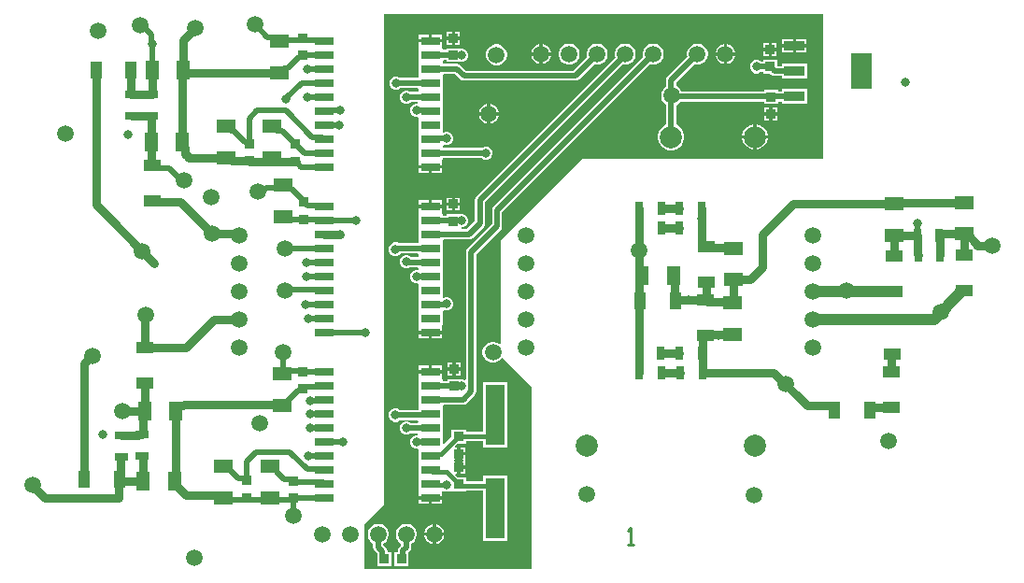
<source format=gbr>
%TF.GenerationSoftware,Altium Limited,Altium Designer,21.6.4 (81)*%
G04 Layer_Physical_Order=1*
G04 Layer_Color=255*
%FSLAX43Y43*%
%MOMM*%
%TF.SameCoordinates,C39744A4-4465-455E-AB15-BAA165A4C254*%
%TF.FilePolarity,Positive*%
%TF.FileFunction,Copper,L1,Top,Signal*%
%TF.Part,Single*%
G01*
G75*
%TA.AperFunction,SMDPad,CuDef*%
%ADD10R,0.900X0.850*%
%ADD11R,1.900X0.950*%
%ADD12R,1.900X3.250*%
%ADD13R,1.800X1.300*%
%ADD14R,0.800X1.250*%
%ADD15R,1.600X1.000*%
%ADD16R,1.000X1.600*%
%ADD17R,1.250X0.800*%
%ADD18R,1.300X1.800*%
%ADD19R,1.800X0.800*%
%ADD20R,0.850X0.900*%
%ADD21R,1.800X5.500*%
%TA.AperFunction,Conductor*%
%ADD22C,0.800*%
%ADD23C,0.500*%
%ADD24C,1.000*%
%ADD25C,0.400*%
%TA.AperFunction,NonConductor*%
%ADD26C,0.254*%
%TA.AperFunction,ComponentPad*%
%ADD27C,1.500*%
%ADD28C,2.000*%
%TA.AperFunction,ViaPad*%
%ADD29C,0.800*%
G36*
X75350Y37490D02*
X53614D01*
X49480Y33462D01*
X46203Y30079D01*
Y20763D01*
X46085Y20714D01*
X46049Y20750D01*
X45833Y20875D01*
X45591Y20940D01*
X45341D01*
X45099Y20875D01*
X44883Y20750D01*
X44706Y20573D01*
X44581Y20356D01*
X44516Y20115D01*
Y19865D01*
X44581Y19623D01*
X44706Y19406D01*
X44883Y19230D01*
X45099Y19105D01*
X45341Y19040D01*
X45591D01*
X45833Y19105D01*
X46049Y19230D01*
X46226Y19406D01*
X46249Y19446D01*
X46375Y19462D01*
X49003Y16834D01*
Y333D01*
X33920D01*
X33830Y423D01*
X33834Y4368D01*
X35610Y6145D01*
Y50667D01*
X75350D01*
Y37490D01*
D02*
G37*
%LPC*%
G36*
X42491Y49028D02*
X42041D01*
Y48603D01*
X42491D01*
Y49028D01*
D02*
G37*
G36*
X41741D02*
X41291D01*
Y48603D01*
X41741D01*
Y49028D01*
D02*
G37*
G36*
X40850Y48765D02*
X39950D01*
Y48365D01*
X40850D01*
Y48765D01*
D02*
G37*
G36*
X39650D02*
X38750D01*
Y48365D01*
X39650D01*
Y48765D01*
D02*
G37*
G36*
X73894Y48391D02*
X72944D01*
Y47916D01*
X73894D01*
Y48391D01*
D02*
G37*
G36*
X72644D02*
X71694D01*
Y47916D01*
X72644D01*
Y48391D01*
D02*
G37*
G36*
X42491Y48303D02*
X42041D01*
Y47878D01*
X42491D01*
Y48303D01*
D02*
G37*
G36*
X41741D02*
X41291D01*
Y47878D01*
X41741D01*
Y48303D01*
D02*
G37*
G36*
X71187Y47984D02*
X70737D01*
Y47559D01*
X71187D01*
Y47984D01*
D02*
G37*
G36*
X70437D02*
X69987D01*
Y47559D01*
X70437D01*
Y47984D01*
D02*
G37*
G36*
X49990Y47892D02*
Y47150D01*
X50732D01*
X50679Y47347D01*
X50560Y47553D01*
X50393Y47720D01*
X50187Y47839D01*
X49990Y47892D01*
D02*
G37*
G36*
X49690Y47892D02*
X49493Y47839D01*
X49287Y47720D01*
X49120Y47553D01*
X49001Y47347D01*
X48948Y47150D01*
X49690D01*
Y47892D01*
D02*
G37*
G36*
X66690Y47892D02*
Y47150D01*
X67432D01*
X67379Y47347D01*
X67260Y47553D01*
X67093Y47720D01*
X66887Y47839D01*
X66690Y47892D01*
D02*
G37*
G36*
X66390D02*
X66193Y47839D01*
X65987Y47720D01*
X65820Y47553D01*
X65701Y47347D01*
X65648Y47150D01*
X66390D01*
Y47892D01*
D02*
G37*
G36*
X73894Y47616D02*
X72944D01*
Y47141D01*
X73894D01*
Y47616D01*
D02*
G37*
G36*
X72644D02*
X71694D01*
Y47141D01*
X72644D01*
Y47616D01*
D02*
G37*
G36*
X71187Y47259D02*
X70737D01*
Y46834D01*
X71187D01*
Y47259D01*
D02*
G37*
G36*
X70437D02*
X69987D01*
Y46834D01*
X70437D01*
Y47259D01*
D02*
G37*
G36*
X71237Y46484D02*
X69937D01*
Y46318D01*
X69757D01*
X69707Y46368D01*
X69487Y46459D01*
X69248D01*
X69028Y46368D01*
X68859Y46199D01*
X68767Y45979D01*
Y45740D01*
X68859Y45520D01*
X69028Y45351D01*
X69248Y45259D01*
X69487D01*
X69707Y45351D01*
X69757Y45401D01*
X69937D01*
Y45234D01*
X70588D01*
X70681Y45142D01*
X70829Y45042D01*
X71005Y45007D01*
X71644D01*
Y44791D01*
X73944D01*
Y46141D01*
X71644D01*
Y45925D01*
X71237D01*
Y46484D01*
D02*
G37*
G36*
X49690Y46850D02*
X48948D01*
X49001Y46653D01*
X49120Y46447D01*
X49287Y46280D01*
X49493Y46161D01*
X49690Y46108D01*
Y46850D01*
D02*
G37*
G36*
X67432Y46850D02*
X66690D01*
Y46108D01*
X66887Y46161D01*
X67093Y46280D01*
X67260Y46447D01*
X67379Y46653D01*
X67432Y46850D01*
D02*
G37*
G36*
X66390D02*
X65648D01*
X65701Y46653D01*
X65820Y46447D01*
X65987Y46280D01*
X66193Y46161D01*
X66390Y46108D01*
Y46850D01*
D02*
G37*
G36*
X50732Y46850D02*
X49990D01*
Y46108D01*
X50187Y46161D01*
X50393Y46280D01*
X50560Y46447D01*
X50679Y46653D01*
X50732Y46850D01*
D02*
G37*
G36*
X64125Y47950D02*
X63875D01*
X63633Y47885D01*
X63417Y47760D01*
X63240Y47583D01*
X63115Y47367D01*
X63050Y47125D01*
Y46875D01*
X63087Y46736D01*
X61286Y44935D01*
X61186Y44786D01*
X61151Y44610D01*
Y44036D01*
X61073Y43991D01*
X60897Y43814D01*
X60772Y43597D01*
X60707Y43356D01*
Y43105D01*
X60772Y42864D01*
X60897Y42647D01*
X61073Y42470D01*
X61151Y42425D01*
Y40619D01*
X61147Y40618D01*
X60873Y40460D01*
X60650Y40237D01*
X60492Y39963D01*
X60410Y39658D01*
Y39342D01*
X60492Y39037D01*
X60650Y38763D01*
X60873Y38540D01*
X61147Y38382D01*
X61452Y38300D01*
X61768D01*
X62073Y38382D01*
X62347Y38540D01*
X62570Y38763D01*
X62728Y39037D01*
X62810Y39342D01*
Y39658D01*
X62728Y39963D01*
X62570Y40237D01*
X62347Y40460D01*
X62073Y40618D01*
X62069Y40619D01*
Y42372D01*
X62240Y42470D01*
X62417Y42647D01*
X62452Y42707D01*
X70013D01*
Y42517D01*
X71313D01*
Y42707D01*
X71644D01*
Y42491D01*
X73944D01*
Y43841D01*
X71644D01*
Y43625D01*
X71313D01*
Y43767D01*
X70013D01*
Y43625D01*
X62526D01*
X62417Y43814D01*
X62240Y43991D01*
X62069Y44090D01*
Y44420D01*
X63736Y46087D01*
X63875Y46050D01*
X64125D01*
X64367Y46115D01*
X64583Y46240D01*
X64760Y46417D01*
X64885Y46633D01*
X64950Y46875D01*
Y47125D01*
X64885Y47367D01*
X64760Y47583D01*
X64583Y47760D01*
X64367Y47885D01*
X64125Y47950D01*
D02*
G37*
G36*
X60125D02*
X59875D01*
X59633Y47885D01*
X59417Y47760D01*
X59240Y47583D01*
X59115Y47367D01*
X59050Y47125D01*
Y46875D01*
X59087Y46736D01*
X45523Y33171D01*
X45423Y33023D01*
X45388Y32847D01*
Y31568D01*
X43173Y29353D01*
X43073Y29204D01*
X43038Y29028D01*
Y17557D01*
X42911Y17481D01*
X42755Y17545D01*
X42611D01*
Y17554D01*
X41311D01*
Y17404D01*
X40900D01*
Y17545D01*
X40867D01*
X40850Y17665D01*
X40850Y17672D01*
Y18065D01*
X39800D01*
X38750D01*
Y17672D01*
X38750Y17665D01*
X38733Y17545D01*
X38700D01*
Y16345D01*
X38700D01*
Y16275D01*
X38700D01*
Y15132D01*
X38700Y15040D01*
X38700Y14948D01*
Y14753D01*
X36997D01*
X36967Y14783D01*
X36746Y14875D01*
X36507D01*
X36287Y14783D01*
X36118Y14615D01*
X36027Y14394D01*
Y14155D01*
X36118Y13935D01*
X36287Y13766D01*
X36507Y13675D01*
X36746D01*
X36967Y13766D01*
X37036Y13835D01*
X38634D01*
X38700Y13735D01*
X38700Y13707D01*
X38632Y13580D01*
X37995D01*
X37960Y13615D01*
X37739Y13706D01*
X37501D01*
X37280Y13615D01*
X37111Y13446D01*
X37020Y13226D01*
Y12987D01*
X37111Y12767D01*
X37280Y12598D01*
X37501Y12506D01*
X37739D01*
X37960Y12598D01*
X38024Y12662D01*
X38610D01*
X38629Y12643D01*
X38602Y12491D01*
X38593Y12487D01*
X38463D01*
X38243Y12396D01*
X38074Y12227D01*
X37983Y12007D01*
Y11768D01*
X38074Y11547D01*
X38243Y11379D01*
X38463Y11287D01*
X38615D01*
X38700Y11195D01*
Y10052D01*
X38700Y9960D01*
X38700Y9868D01*
Y8782D01*
X38700Y8725D01*
X38700D01*
Y8655D01*
X38700D01*
Y7455D01*
X38733D01*
X38750Y7335D01*
X38750Y7328D01*
Y6935D01*
X39800D01*
X40850D01*
Y7328D01*
X40850Y7335D01*
X40989Y7409D01*
X41118Y7355D01*
X41357D01*
X41577Y7446D01*
X41593Y7462D01*
X41710Y7413D01*
Y7401D01*
X43010D01*
Y7466D01*
X44544D01*
Y2871D01*
X46744D01*
Y8771D01*
X44544D01*
Y8282D01*
X43010D01*
Y8651D01*
X42287D01*
X42054Y8883D01*
X42103Y9001D01*
X42210D01*
Y9576D01*
X42360D01*
Y9726D01*
X42960D01*
Y10094D01*
X42960Y10221D01*
X42960Y10278D01*
Y10646D01*
X42360D01*
Y10796D01*
X42210D01*
Y11371D01*
X42066D01*
X42018Y11488D01*
X42250Y11721D01*
X43010D01*
Y11938D01*
X44544D01*
Y11371D01*
X46744D01*
Y17271D01*
X44544D01*
Y12754D01*
X43010D01*
Y12971D01*
X41710D01*
Y12335D01*
X41017Y11641D01*
X40900Y11690D01*
X40900Y12500D01*
X40900Y12592D01*
Y13678D01*
X40900Y13770D01*
X40900Y13862D01*
Y15090D01*
X40992Y15217D01*
X42752D01*
X42927Y15251D01*
X43076Y15351D01*
X43821Y16096D01*
X43921Y16245D01*
X43956Y16421D01*
Y28838D01*
X46171Y31054D01*
X46271Y31203D01*
X46306Y31378D01*
Y32657D01*
X59736Y46087D01*
X59875Y46050D01*
X60125D01*
X60367Y46115D01*
X60583Y46240D01*
X60760Y46417D01*
X60885Y46633D01*
X60950Y46875D01*
Y47125D01*
X60885Y47367D01*
X60760Y47583D01*
X60583Y47760D01*
X60367Y47885D01*
X60125Y47950D01*
D02*
G37*
G36*
X57585D02*
X57335D01*
X57093Y47885D01*
X56877Y47760D01*
X56700Y47583D01*
X56575Y47367D01*
X56510Y47125D01*
Y46875D01*
X56557Y46698D01*
X43973Y34114D01*
X43874Y33966D01*
X43839Y33790D01*
Y31887D01*
X43085Y31134D01*
X42692D01*
X42618Y31261D01*
X42640Y31300D01*
X42649Y31305D01*
X42741D01*
X42961Y31397D01*
X43130Y31565D01*
X43221Y31786D01*
Y32025D01*
X43130Y32245D01*
X42961Y32414D01*
X42741Y32505D01*
X42502D01*
X42463Y32489D01*
X41241D01*
Y32363D01*
X40900D01*
Y32545D01*
X40867D01*
X40850Y32665D01*
X40850Y32672D01*
Y33065D01*
X39800D01*
X38750D01*
Y32672D01*
X38750Y32665D01*
X38733Y32545D01*
X38700D01*
Y31402D01*
X38700Y31310D01*
X38700Y31218D01*
Y30132D01*
X38700Y30040D01*
X38700Y29985D01*
X38611Y29858D01*
X36956D01*
X36765Y29937D01*
X36527D01*
X36306Y29846D01*
X36137Y29677D01*
X36046Y29456D01*
Y29218D01*
X36137Y28997D01*
X36306Y28828D01*
X36527Y28737D01*
X36765D01*
X36986Y28828D01*
X37098Y28940D01*
X38610D01*
X38700Y28851D01*
Y28721D01*
X38608Y28594D01*
X38043D01*
X37960Y28677D01*
X37739Y28769D01*
X37501D01*
X37280Y28677D01*
X37111Y28508D01*
X37020Y28288D01*
Y28049D01*
X37111Y27829D01*
X37280Y27660D01*
X37501Y27569D01*
X37739D01*
X37960Y27660D01*
X37976Y27676D01*
X38610D01*
X38700Y27586D01*
Y27535D01*
X38665Y27422D01*
X38474D01*
X38254Y27331D01*
X38085Y27162D01*
X37994Y26942D01*
Y26703D01*
X38085Y26483D01*
X38254Y26314D01*
X38474Y26222D01*
X38584D01*
X38700Y26195D01*
X38700Y26095D01*
Y25052D01*
X38700Y24960D01*
X38700Y24868D01*
Y23782D01*
X38700Y23690D01*
X38700Y23598D01*
Y22455D01*
X38733D01*
X38750Y22335D01*
X38750Y22328D01*
Y21935D01*
X39800D01*
X40850D01*
Y22328D01*
X40850Y22335D01*
X40867Y22455D01*
X40900D01*
Y23598D01*
X40900Y23725D01*
X41027Y23804D01*
X41137Y23759D01*
X41376D01*
X41596Y23850D01*
X41765Y24019D01*
X41857Y24239D01*
Y24478D01*
X41765Y24698D01*
X41596Y24867D01*
X41376Y24959D01*
X41137D01*
X41027Y24913D01*
X40900Y24925D01*
X40900Y25052D01*
Y26138D01*
X40900Y26230D01*
X40900Y26322D01*
Y27408D01*
X40900Y27500D01*
X40900Y27592D01*
Y28678D01*
X40900Y28770D01*
X40900Y28862D01*
Y30089D01*
X40992Y30216D01*
X43276D01*
X43451Y30251D01*
X43600Y30351D01*
X44622Y31373D01*
X44721Y31521D01*
X44756Y31697D01*
Y33600D01*
X57234Y46077D01*
X57335Y46050D01*
X57585D01*
X57827Y46115D01*
X58043Y46240D01*
X58220Y46417D01*
X58345Y46633D01*
X58410Y46875D01*
Y47125D01*
X58345Y47367D01*
X58220Y47583D01*
X58043Y47760D01*
X57827Y47885D01*
X57585Y47950D01*
D02*
G37*
G36*
X40850Y48065D02*
X39800D01*
X38750D01*
Y47672D01*
X38750Y47665D01*
X38733Y47545D01*
X38700D01*
Y46402D01*
X38700Y46310D01*
X38700Y46218D01*
Y45132D01*
X38700Y45040D01*
X38700Y44977D01*
X38630Y44850D01*
X37049D01*
X37013Y44886D01*
X36792Y44978D01*
X36554D01*
X36333Y44886D01*
X36164Y44718D01*
X36073Y44497D01*
Y44258D01*
X36164Y44038D01*
X36333Y43869D01*
X36554Y43778D01*
X36792D01*
X37013Y43869D01*
X37076Y43933D01*
X38610D01*
X38700Y43843D01*
Y43721D01*
X38608Y43594D01*
X38010D01*
X37960Y43644D01*
X37739Y43735D01*
X37501D01*
X37280Y43644D01*
X37111Y43475D01*
X37020Y43254D01*
Y43016D01*
X37111Y42795D01*
X37280Y42626D01*
X37501Y42535D01*
X37739D01*
X37960Y42626D01*
X38010Y42676D01*
X38610D01*
X38640Y42647D01*
X38615Y42495D01*
X38594Y42485D01*
X38463D01*
X38243Y42393D01*
X38074Y42224D01*
X37983Y42004D01*
Y41765D01*
X38074Y41545D01*
X38243Y41376D01*
X38463Y41285D01*
X38610D01*
X38700Y41195D01*
X38700Y41138D01*
Y40052D01*
X38700Y39960D01*
X38700Y39868D01*
Y38782D01*
X38700Y38690D01*
X38700Y38598D01*
Y37455D01*
X38733D01*
X38750Y37335D01*
X38750Y37328D01*
Y36935D01*
X39800D01*
X40850D01*
Y37328D01*
X40850Y37335D01*
X40867Y37455D01*
X40900D01*
Y37593D01*
X44464D01*
X44517Y37541D01*
X44737Y37449D01*
X44976D01*
X45196Y37541D01*
X45365Y37709D01*
X45456Y37930D01*
Y38169D01*
X45365Y38389D01*
X45196Y38558D01*
X44976Y38649D01*
X44737D01*
X44517Y38558D01*
X44470Y38511D01*
X40990D01*
X40900Y38601D01*
X40900Y38725D01*
X41027Y38787D01*
X41130Y38745D01*
X41369D01*
X41589Y38836D01*
X41758Y39005D01*
X41850Y39225D01*
Y39464D01*
X41758Y39684D01*
X41589Y39853D01*
X41369Y39945D01*
X41130D01*
X41027Y39902D01*
X40900Y39925D01*
X40900Y40052D01*
Y41138D01*
X40900Y41230D01*
X40900Y41322D01*
Y42408D01*
X40900Y42500D01*
X40900Y42592D01*
Y43678D01*
X40900Y43770D01*
X40900Y43862D01*
Y45089D01*
X40992Y45216D01*
X42028D01*
X42516Y44728D01*
X42665Y44629D01*
X42840Y44594D01*
X52927D01*
X53102Y44629D01*
X53251Y44728D01*
X54620Y46097D01*
X54795Y46050D01*
X55045D01*
X55287Y46115D01*
X55503Y46240D01*
X55680Y46417D01*
X55805Y46633D01*
X55870Y46875D01*
Y47125D01*
X55805Y47367D01*
X55680Y47583D01*
X55503Y47760D01*
X55287Y47885D01*
X55045Y47950D01*
X54795D01*
X54553Y47885D01*
X54337Y47760D01*
X54160Y47583D01*
X54035Y47367D01*
X53970Y47125D01*
Y46875D01*
X53997Y46772D01*
X52737Y45512D01*
X43031D01*
X42543Y45999D01*
X42394Y46099D01*
X42218Y46134D01*
X40990D01*
X40900Y46224D01*
X40900Y46338D01*
X41001Y46465D01*
X41241D01*
Y46278D01*
X42541D01*
Y46303D01*
X42741D01*
X42961Y46394D01*
X43130Y46563D01*
X43221Y46783D01*
Y47022D01*
X43130Y47243D01*
X42961Y47411D01*
X42741Y47503D01*
X42541D01*
Y47528D01*
X41241D01*
Y47383D01*
X40900D01*
Y47545D01*
X40867D01*
X40850Y47665D01*
X40850Y47672D01*
Y48065D01*
D02*
G37*
G36*
X52505Y47950D02*
X52255D01*
X52013Y47885D01*
X51797Y47760D01*
X51620Y47583D01*
X51495Y47367D01*
X51430Y47125D01*
Y46875D01*
X51495Y46633D01*
X51620Y46417D01*
X51797Y46240D01*
X52013Y46115D01*
X52255Y46050D01*
X52505D01*
X52747Y46115D01*
X52963Y46240D01*
X53140Y46417D01*
X53265Y46633D01*
X53330Y46875D01*
Y47125D01*
X53265Y47367D01*
X53140Y47583D01*
X52963Y47760D01*
X52747Y47885D01*
X52505Y47950D01*
D02*
G37*
G36*
X45921Y47902D02*
X45671D01*
X45430Y47838D01*
X45213Y47713D01*
X45036Y47536D01*
X44911Y47319D01*
X44846Y47077D01*
Y46827D01*
X44911Y46586D01*
X45036Y46369D01*
X45213Y46192D01*
X45430Y46067D01*
X45671Y46002D01*
X45921D01*
X46163Y46067D01*
X46380Y46192D01*
X46556Y46369D01*
X46681Y46586D01*
X46746Y46827D01*
Y47077D01*
X46681Y47319D01*
X46556Y47536D01*
X46380Y47713D01*
X46163Y47838D01*
X45921Y47902D01*
D02*
G37*
G36*
X45235Y42484D02*
Y41742D01*
X45977D01*
X45924Y41940D01*
X45805Y42145D01*
X45638Y42312D01*
X45432Y42431D01*
X45235Y42484D01*
D02*
G37*
G36*
X44935Y42484D02*
X44738Y42431D01*
X44532Y42312D01*
X44365Y42145D01*
X44246Y41940D01*
X44193Y41742D01*
X44935D01*
Y42484D01*
D02*
G37*
G36*
X71263Y42167D02*
X70813D01*
Y41742D01*
X71263D01*
Y42167D01*
D02*
G37*
G36*
X70513D02*
X70063D01*
Y41742D01*
X70513D01*
Y42167D01*
D02*
G37*
G36*
X71263Y41442D02*
X70813D01*
Y41017D01*
X71263D01*
Y41442D01*
D02*
G37*
G36*
X70513D02*
X70063D01*
Y41017D01*
X70513D01*
Y41442D01*
D02*
G37*
G36*
X44935Y41442D02*
X44193D01*
X44246Y41245D01*
X44365Y41040D01*
X44532Y40872D01*
X44738Y40754D01*
X44935Y40701D01*
Y41442D01*
D02*
G37*
G36*
X45977D02*
X45235D01*
Y40701D01*
X45432Y40754D01*
X45638Y40872D01*
X45805Y41040D01*
X45924Y41245D01*
X45977Y41442D01*
D02*
G37*
G36*
X69362Y40650D02*
X69360D01*
Y39650D01*
X70360D01*
Y39651D01*
X70282Y39944D01*
X70130Y40206D01*
X69916Y40420D01*
X69654Y40572D01*
X69362Y40650D01*
D02*
G37*
G36*
X69060D02*
X69059D01*
X68766Y40572D01*
X68504Y40420D01*
X68290Y40206D01*
X68139Y39944D01*
X68060Y39651D01*
Y39650D01*
X69060D01*
Y40650D01*
D02*
G37*
G36*
X70360Y39350D02*
X69360D01*
Y38350D01*
X69362D01*
X69654Y38428D01*
X69916Y38580D01*
X70130Y38794D01*
X70282Y39056D01*
X70360Y39349D01*
Y39350D01*
D02*
G37*
G36*
X69060D02*
X68060D01*
Y39349D01*
X68139Y39056D01*
X68290Y38794D01*
X68504Y38580D01*
X68766Y38428D01*
X69059Y38350D01*
X69060D01*
Y39350D01*
D02*
G37*
G36*
X40850Y36635D02*
X39950D01*
Y36235D01*
X40850D01*
Y36635D01*
D02*
G37*
G36*
X39650D02*
X38750D01*
Y36235D01*
X39650D01*
Y36635D01*
D02*
G37*
G36*
X42491Y33989D02*
X42041D01*
Y33564D01*
X42491D01*
Y33989D01*
D02*
G37*
G36*
X41741D02*
X41291D01*
Y33564D01*
X41741D01*
Y33989D01*
D02*
G37*
G36*
X40850Y33765D02*
X39950D01*
Y33365D01*
X40850D01*
Y33765D01*
D02*
G37*
G36*
X39650D02*
X38750D01*
Y33365D01*
X39650D01*
Y33765D01*
D02*
G37*
G36*
X42491Y33264D02*
X42041D01*
Y32839D01*
X42491D01*
Y33264D01*
D02*
G37*
G36*
X41741D02*
X41291D01*
Y32839D01*
X41741D01*
Y33264D01*
D02*
G37*
G36*
X40850Y21635D02*
X39950D01*
Y21235D01*
X40850D01*
Y21635D01*
D02*
G37*
G36*
X39650D02*
X38750D01*
Y21235D01*
X39650D01*
Y21635D01*
D02*
G37*
G36*
X42561Y19054D02*
X42111D01*
Y18629D01*
X42561D01*
Y19054D01*
D02*
G37*
G36*
X41811D02*
X41361D01*
Y18629D01*
X41811D01*
Y19054D01*
D02*
G37*
G36*
X40850Y18765D02*
X39950D01*
Y18365D01*
X40850D01*
Y18765D01*
D02*
G37*
G36*
X39650D02*
X38750D01*
Y18365D01*
X39650D01*
Y18765D01*
D02*
G37*
G36*
X42561Y18329D02*
X42111D01*
Y17904D01*
X42561D01*
Y18329D01*
D02*
G37*
G36*
X41811D02*
X41361D01*
Y17904D01*
X41811D01*
Y18329D01*
D02*
G37*
G36*
X42960Y11371D02*
X42510D01*
Y10946D01*
X42960D01*
Y11371D01*
D02*
G37*
G36*
X42960Y9426D02*
X42510D01*
Y9001D01*
X42960D01*
Y9426D01*
D02*
G37*
G36*
X40850Y6635D02*
X39950D01*
Y6235D01*
X40850D01*
Y6635D01*
D02*
G37*
G36*
X39650D02*
X38750D01*
Y6235D01*
X39650D01*
Y6635D01*
D02*
G37*
G36*
X40310Y4392D02*
Y3650D01*
X41052D01*
X40999Y3847D01*
X40880Y4053D01*
X40713Y4220D01*
X40507Y4339D01*
X40310Y4392D01*
D02*
G37*
G36*
X40010D02*
X39813Y4339D01*
X39607Y4220D01*
X39440Y4053D01*
X39321Y3847D01*
X39268Y3650D01*
X40010D01*
Y4392D01*
D02*
G37*
G36*
X41052Y3350D02*
X40310D01*
Y2608D01*
X40507Y2661D01*
X40713Y2780D01*
X40880Y2947D01*
X40999Y3153D01*
X41052Y3350D01*
D02*
G37*
G36*
X40010D02*
X39268D01*
X39321Y3153D01*
X39440Y2947D01*
X39607Y2780D01*
X39813Y2661D01*
X40010Y2608D01*
Y3350D01*
D02*
G37*
G36*
X37620Y4459D02*
X37576Y4450D01*
X37495D01*
X37253Y4385D01*
X37037Y4260D01*
X36860Y4083D01*
X36735Y3867D01*
X36670Y3625D01*
Y3375D01*
X36735Y3133D01*
X36860Y2917D01*
X37037Y2740D01*
X37161Y2668D01*
Y2486D01*
X37003Y2328D01*
X36903Y2179D01*
X36868Y2003D01*
Y1895D01*
X36548D01*
Y595D01*
X37798D01*
Y1826D01*
X37944Y1972D01*
X38044Y2121D01*
X38079Y2296D01*
Y2668D01*
X38203Y2740D01*
X38380Y2917D01*
X38505Y3133D01*
X38570Y3375D01*
Y3625D01*
X38505Y3867D01*
X38380Y4083D01*
X38203Y4260D01*
X37987Y4385D01*
X37745Y4450D01*
X37664D01*
X37620Y4459D01*
D02*
G37*
G36*
X35205Y4450D02*
X34955D01*
X34713Y4385D01*
X34497Y4260D01*
X34320Y4083D01*
X34195Y3867D01*
X34130Y3625D01*
Y3375D01*
X34195Y3133D01*
X34320Y2917D01*
X34497Y2740D01*
X34621Y2668D01*
Y2321D01*
X34656Y2146D01*
X34756Y1997D01*
X34989Y1763D01*
Y1420D01*
X34998Y1375D01*
Y595D01*
X36248D01*
Y1895D01*
X35907D01*
Y1953D01*
X35872Y2129D01*
X35773Y2277D01*
X35539Y2511D01*
Y2668D01*
X35663Y2740D01*
X35840Y2917D01*
X35965Y3133D01*
X36030Y3375D01*
Y3625D01*
X35965Y3867D01*
X35840Y4083D01*
X35663Y4260D01*
X35447Y4385D01*
X35205Y4450D01*
D02*
G37*
%LPD*%
D10*
X70587Y47409D02*
D03*
Y45859D02*
D03*
X70663Y41592D02*
D03*
Y43142D02*
D03*
X42360Y10796D02*
D03*
Y12346D02*
D03*
X27349Y6791D02*
D03*
Y8341D02*
D03*
X23133Y6801D02*
D03*
Y8351D02*
D03*
X41961Y16929D02*
D03*
Y18479D02*
D03*
X41891Y31864D02*
D03*
Y33414D02*
D03*
Y46903D02*
D03*
Y48453D02*
D03*
X27568Y38844D02*
D03*
Y37294D02*
D03*
X23377Y38869D02*
D03*
Y37319D02*
D03*
X28309Y33590D02*
D03*
Y32040D02*
D03*
X28194Y48453D02*
D03*
Y46903D02*
D03*
X28267Y18225D02*
D03*
Y16675D02*
D03*
X42360Y8026D02*
D03*
Y9576D02*
D03*
D11*
X72794Y47766D02*
D03*
Y45466D02*
D03*
Y43166D02*
D03*
D12*
X78894Y45466D02*
D03*
D13*
X25241Y9620D02*
D03*
Y6770D02*
D03*
X88162Y30709D02*
D03*
Y33559D02*
D03*
X25477Y40449D02*
D03*
Y37599D02*
D03*
X20999Y6796D02*
D03*
Y9646D02*
D03*
X21269Y40472D02*
D03*
Y37622D02*
D03*
X26416Y35113D02*
D03*
Y32263D02*
D03*
X26122Y48153D02*
D03*
Y45303D02*
D03*
X26399Y18011D02*
D03*
Y15161D02*
D03*
X81787Y30582D02*
D03*
Y33432D02*
D03*
X67223Y29417D02*
D03*
Y26567D02*
D03*
X67192Y21603D02*
D03*
Y24453D02*
D03*
D14*
X64432Y18136D02*
D03*
X62432D02*
D03*
X60708D02*
D03*
X58708D02*
D03*
X62381Y19862D02*
D03*
X64381D02*
D03*
X58673D02*
D03*
X60673D02*
D03*
X58741Y33016D02*
D03*
X60741D02*
D03*
X85915Y30581D02*
D03*
X83915D02*
D03*
X84001Y28811D02*
D03*
X86001D02*
D03*
X58741Y31214D02*
D03*
X60741D02*
D03*
X62390Y31213D02*
D03*
X64390D02*
D03*
Y33017D02*
D03*
X62390D02*
D03*
D15*
X88162Y28811D02*
D03*
Y25611D02*
D03*
X13958Y20419D02*
D03*
Y17219D02*
D03*
X81787Y28702D02*
D03*
Y25502D02*
D03*
X14563Y36888D02*
D03*
Y33688D02*
D03*
X64785Y29513D02*
D03*
Y26313D02*
D03*
X64753Y21530D02*
D03*
Y24730D02*
D03*
X81596Y15021D02*
D03*
Y18221D02*
D03*
X81621Y19789D02*
D03*
Y22989D02*
D03*
D16*
X58821Y24613D02*
D03*
X62021D02*
D03*
X11648Y8433D02*
D03*
X8448D02*
D03*
X9490Y45575D02*
D03*
X12690D02*
D03*
X76403Y14732D02*
D03*
X79603D02*
D03*
D17*
X13646Y12574D02*
D03*
Y10574D02*
D03*
X11791Y10488D02*
D03*
Y12488D02*
D03*
X12741Y41374D02*
D03*
Y43374D02*
D03*
X14493D02*
D03*
Y41374D02*
D03*
D18*
X17413Y45534D02*
D03*
X14563D02*
D03*
X17341Y39021D02*
D03*
X14491D02*
D03*
X58951Y26899D02*
D03*
X61801D02*
D03*
X13888Y14663D02*
D03*
X16738D02*
D03*
X13786Y8287D02*
D03*
X16636D02*
D03*
D19*
X39800Y18215D02*
D03*
Y16945D02*
D03*
Y15675D02*
D03*
Y14405D02*
D03*
Y11865D02*
D03*
Y13135D02*
D03*
Y8055D02*
D03*
Y6785D02*
D03*
Y9325D02*
D03*
Y10595D02*
D03*
X30200Y18215D02*
D03*
Y16945D02*
D03*
Y15675D02*
D03*
Y14405D02*
D03*
Y11865D02*
D03*
Y13135D02*
D03*
Y8055D02*
D03*
Y6785D02*
D03*
Y9325D02*
D03*
Y10595D02*
D03*
X39800Y48215D02*
D03*
Y46945D02*
D03*
Y45675D02*
D03*
Y44405D02*
D03*
Y41865D02*
D03*
Y43135D02*
D03*
Y38055D02*
D03*
Y36785D02*
D03*
Y39325D02*
D03*
Y40595D02*
D03*
X30200Y48215D02*
D03*
Y46945D02*
D03*
Y45675D02*
D03*
Y44405D02*
D03*
Y41865D02*
D03*
Y43135D02*
D03*
Y38055D02*
D03*
Y36785D02*
D03*
Y39325D02*
D03*
Y40595D02*
D03*
Y25595D02*
D03*
Y24325D02*
D03*
Y21785D02*
D03*
Y23055D02*
D03*
Y28135D02*
D03*
Y26865D02*
D03*
Y29405D02*
D03*
Y30675D02*
D03*
Y31945D02*
D03*
Y33215D02*
D03*
X39800Y25595D02*
D03*
Y24325D02*
D03*
Y21785D02*
D03*
Y23055D02*
D03*
Y28135D02*
D03*
Y26865D02*
D03*
Y29405D02*
D03*
Y30675D02*
D03*
Y31945D02*
D03*
Y33215D02*
D03*
D20*
X35623Y1245D02*
D03*
X37173D02*
D03*
D21*
X45644Y14321D02*
D03*
X45644Y5821D02*
D03*
D22*
X3711Y8001D02*
X4904Y6807D01*
X11582D01*
X8448Y18970D02*
X9144Y19666D01*
X9149D01*
X88162Y30709D02*
X88412D01*
X86043D02*
X88162D01*
X88162Y30709D02*
X88162Y30709D01*
X88162Y28811D02*
Y30709D01*
X88162Y28811D02*
X88162Y28811D01*
X89362Y29657D02*
X90653D01*
X88412Y30709D02*
X89362Y29759D01*
Y29657D02*
Y29759D01*
X90653Y29657D02*
X90678Y29632D01*
X14884Y33615D02*
X17098D01*
X19999Y30714D01*
X13958Y20419D02*
Y23315D01*
X13958Y20419D02*
X17686D01*
X8448Y8433D02*
Y18970D01*
X17413Y45534D02*
Y48274D01*
X18466Y49327D01*
X25477Y37294D02*
X27568D01*
X21269Y37622D02*
X21519D01*
X17903D02*
X21269D01*
X23377Y37294D02*
X25477D01*
X17780Y37744D02*
X17903Y37622D01*
X17591Y37933D02*
X17780Y37744D01*
X16988Y15163D02*
X17412D01*
X17457Y15207D02*
X26353D01*
X16738Y14913D02*
X16988Y15163D01*
X17412D02*
X17457Y15207D01*
X16738Y7936D02*
Y14913D01*
X11862Y14629D02*
X13854D01*
X13767Y12695D02*
Y14291D01*
X17341Y45463D02*
X17413Y45534D01*
X17341Y39021D02*
Y45463D01*
X17663Y45275D02*
X26095D01*
X17591Y37933D02*
Y38521D01*
X17341Y39021D02*
X17591Y38521D01*
X16886Y7787D02*
X16901D01*
X17653Y7036D01*
X17638D02*
X20759D01*
X16636Y8037D02*
X16886Y7787D01*
X69875Y30632D02*
X72720Y33477D01*
X68826Y26611D02*
X69875Y27661D01*
Y30632D01*
X11582Y6834D02*
Y8367D01*
X16636Y8037D02*
Y8287D01*
X20759Y7036D02*
X20999Y6796D01*
X58741Y31214D02*
Y33016D01*
Y27109D02*
Y29417D01*
Y31214D01*
X64790Y21566D02*
X67155D01*
X30200Y30675D02*
X31648D01*
X62021Y24640D02*
X62121Y24740D01*
X62021Y24613D02*
Y24640D01*
X63195Y24740D02*
X63205Y24730D01*
X64753D01*
X62121Y24740D02*
X63195D01*
X14563Y43374D02*
Y45534D01*
X11791Y12488D02*
X13335D01*
X13420Y12574D02*
X13646D01*
X13335Y12488D02*
X13420Y12574D01*
X9490Y33334D02*
Y45575D01*
Y33334D02*
X14783Y28042D01*
X64432Y18136D02*
X70942D01*
X73946Y15132D02*
X76303D01*
X70942Y18136D02*
X73946Y15132D01*
X76303D02*
X76403Y15032D01*
X64432Y18136D02*
Y21280D01*
X76403Y14732D02*
Y15032D01*
X64390Y32073D02*
Y33017D01*
Y31213D02*
Y32073D01*
X67268Y26611D02*
X68826D01*
X67223Y26567D02*
X67268Y26611D01*
X72720Y33477D02*
X81741D01*
X81850Y33495D02*
X88099D01*
X64432Y21280D02*
X64682Y21530D01*
X64753D01*
X67155Y21566D02*
X67192Y21603D01*
X64753Y21530D02*
X64790Y21566D01*
X64892Y24591D02*
X67053D01*
X64753Y24730D02*
X64892Y24591D01*
X67053D02*
X67192Y24453D01*
X61911Y24723D02*
Y26789D01*
X61801Y26899D02*
X61911Y26789D01*
Y24723D02*
X62021Y24613D01*
X64753Y24730D02*
X64785Y24761D01*
Y26313D01*
X67192Y24453D02*
X67223Y24485D01*
Y26567D01*
X64833Y29465D02*
X67175D01*
X64785Y29513D02*
X64833Y29465D01*
X67175D02*
X67223Y29417D01*
X64390Y29763D02*
Y31213D01*
X64640Y29513D02*
X64785D01*
X64390Y29763D02*
X64640Y29513D01*
X60741Y31214D02*
X62389D01*
X60741Y31214D02*
X60741Y31214D01*
X62389D02*
X62390Y31213D01*
X60741Y33016D02*
X62390D01*
X60741Y33016D02*
X60741Y33016D01*
X62390D02*
X62390Y33017D01*
X58741Y27109D02*
X58951Y26899D01*
X58754Y27149D02*
X59004Y26899D01*
X58708Y18136D02*
Y26899D01*
X58690Y18154D02*
Y19845D01*
X60708Y18136D02*
X62432D01*
X60673Y19862D02*
X62381D01*
X79853Y15021D02*
X81596D01*
X81609Y18221D02*
Y19789D01*
X85915Y30606D02*
X86015Y30706D01*
X86040D02*
X86043Y30709D01*
X86015Y30706D02*
X86040D01*
X83958Y28854D02*
Y30538D01*
X83915Y30581D02*
X83958Y30538D01*
Y28854D02*
X84001Y28811D01*
X81787Y30582D02*
X83915D01*
X81787Y30582D02*
X81787Y30582D01*
X83915D02*
X83915Y30581D01*
X81787Y28702D02*
Y30582D01*
X85958Y28854D02*
Y30538D01*
Y28854D02*
X86001Y28811D01*
X85915Y30581D02*
X85958Y30538D01*
X27593Y37294D02*
X27618Y37269D01*
Y37267D02*
Y37269D01*
X27568Y37294D02*
X27593D01*
X21519Y37622D02*
X21769Y37372D01*
X22220D02*
X22238Y37354D01*
X23033D02*
X23043Y37344D01*
X21769Y37372D02*
X22220D01*
X22238Y37354D02*
X23033D01*
X23043Y37344D02*
X23343D01*
X19883Y30714D02*
X22366D01*
X20227Y22960D02*
X22500D01*
X17686Y20419D02*
X20227Y22960D01*
X13923Y14698D02*
Y17184D01*
X13958Y17219D01*
X13646Y12574D02*
X13767Y12695D01*
X11794Y8287D02*
X13786D01*
X13716Y8358D02*
X13786Y8287D01*
X11648Y8433D02*
X11794Y8287D01*
X13646Y10574D02*
X13716Y10503D01*
X11648Y8433D02*
X11720Y8505D01*
Y10416D01*
X11791Y10488D01*
X13716Y8358D02*
Y10503D01*
X14563Y33688D02*
X14663Y33588D01*
X22366Y30714D02*
X22500Y30580D01*
X14663Y33588D02*
X14978D01*
X12690Y43374D02*
X12741D01*
X14493D02*
X14563D01*
X12741D02*
X14493D01*
X12690D02*
Y45575D01*
X14491Y39021D02*
X14492Y39023D01*
X14491Y36959D02*
Y39021D01*
X14492Y39023D02*
Y41373D01*
X12741Y41374D02*
X14493D01*
X14492Y41373D02*
X14493Y41374D01*
X12690Y45575D02*
X12710Y45555D01*
D23*
X61610Y39500D02*
Y43166D01*
X70663D02*
X72794D01*
X13503Y49608D02*
X13665D01*
X14510Y48013D02*
Y48763D01*
X13665Y49608D02*
X14510Y48763D01*
Y48013D02*
X14567Y47955D01*
X14813Y36638D02*
X16143D01*
X16995Y35786D02*
X16995D01*
X16143Y36638D02*
X16995Y35786D01*
X16995D02*
X17127Y35654D01*
X17180Y35595D02*
X17457D01*
X17127Y35648D02*
X17180Y35595D01*
X17127Y35648D02*
Y35654D01*
X14563Y36888D02*
X14813Y36638D01*
X24486Y34735D02*
X24796D01*
X24923Y34863D02*
X26166D01*
X24796Y34735D02*
X24923Y34863D01*
X24277Y34527D02*
X24486Y34735D01*
X26166Y34863D02*
X26416Y35113D01*
X28139Y33444D02*
X28480D01*
X26273Y34969D02*
X26450Y34792D01*
X28309Y31993D02*
X30153D01*
X26518Y25629D02*
X30166D01*
X26441Y18253D02*
X28092D01*
X26441D02*
Y19990D01*
Y18052D02*
Y18253D01*
X26399Y18011D02*
X26441Y18052D01*
X26562Y29439D02*
X26604Y29396D01*
X26613Y29405D02*
X30200D01*
X26604Y29396D02*
X26613Y29405D01*
X25019Y48553D02*
X25722D01*
X23890Y49682D02*
X25019Y48553D01*
X25722D02*
X26122Y48153D01*
X11862Y14667D02*
X13642D01*
X13767Y14541D01*
X21165Y6629D02*
X27349D01*
Y6791D01*
Y5162D02*
Y6629D01*
X69367Y45859D02*
X70612D01*
X71005Y45466D01*
X72794D01*
X61610Y43166D02*
X70663D01*
X61610D02*
Y44610D01*
X64000Y47000D01*
X42840Y45053D02*
X52927D01*
X54874Y47000D01*
X44298Y31697D02*
Y33790D01*
X57460Y46952D01*
X45847Y31378D02*
Y32847D01*
X60000Y47000D01*
X35080Y2321D02*
X35448Y1953D01*
Y1420D02*
Y1953D01*
Y1420D02*
X35623Y1245D01*
X37620Y3500D02*
Y4000D01*
Y2296D02*
Y3500D01*
X37327Y1399D02*
Y2003D01*
X37173Y1245D02*
X37327Y1399D01*
X35080Y2321D02*
Y3500D01*
X42218Y45675D02*
X42840Y45053D01*
X39800Y45675D02*
X42218D01*
X43497Y16421D02*
Y29028D01*
X45847Y31378D01*
X28871Y13134D02*
X30198D01*
X30200Y13135D01*
X28869Y13132D02*
X28871Y13134D01*
X30198Y14404D02*
X30200Y14405D01*
X28869Y14402D02*
X28871Y14404D01*
X30198D01*
X30200Y11865D02*
X30211Y11876D01*
X31841D02*
X31852Y11887D01*
X30211Y11876D02*
X31841D01*
X83915Y30582D02*
Y31666D01*
X83915Y30582D02*
X83915Y30582D01*
X39810Y39335D02*
X41240D01*
X41250Y39345D01*
X39800Y39325D02*
X39810Y39335D01*
X41196Y24325D02*
X41229Y24359D01*
X39800Y24325D02*
X41196D01*
X41229Y24359D02*
X41257D01*
X28558Y26856D02*
X30191D01*
X30200Y26865D01*
X28550Y26848D02*
X28558Y26856D01*
X30198Y10594D02*
X30200Y10595D01*
X28778Y10592D02*
X28780Y10594D01*
X30198D01*
X11582Y8367D02*
X11648Y8433D01*
X28550Y28135D02*
X30200D01*
X26035Y32357D02*
X26399Y31993D01*
X28309D01*
X30200Y31945D02*
X33020D01*
X30153Y31993D02*
X30200Y31945D01*
X26746Y42951D02*
Y42977D01*
X28174Y44405D01*
X30200D01*
X24079Y41885D02*
X26670D01*
X29080Y39475D01*
X23377Y41183D02*
X24079Y41885D01*
X14565Y45537D02*
Y47953D01*
X14563Y45534D02*
X14565Y45537D01*
Y47953D02*
X14567Y47955D01*
X30210Y41875D02*
X31639D01*
X30200Y41865D02*
X30210Y41875D01*
X31639D02*
X31648Y41885D01*
X30200Y40595D02*
X31547D01*
X39803Y38052D02*
X44854D01*
X39800Y38055D02*
X39803Y38052D01*
X44854D02*
X44856Y38049D01*
X88099Y33495D02*
X88162Y33559D01*
X81787Y33432D02*
X81850Y33495D01*
X79603Y14732D02*
Y14771D01*
X79853Y15021D01*
X39800Y30675D02*
X43276D01*
X44298Y31697D01*
X28480Y33444D02*
X28676Y33249D01*
X30166D01*
X27202Y34792D02*
X28109Y33884D01*
Y33765D02*
X28284Y33590D01*
X28109Y33765D02*
Y33884D01*
X26450Y34792D02*
X27202D01*
X28284Y33590D02*
X28309D01*
X30107Y15582D02*
X30200Y15675D01*
X28869Y15563D02*
X28888Y15582D01*
X30107D01*
X28653Y45640D02*
X28670Y45658D01*
X30183D02*
X30200Y45675D01*
X28670Y45658D02*
X30183D01*
X30200Y21785D02*
X33934D01*
X30050Y39475D02*
X30200Y39325D01*
X29080Y39475D02*
X30050D01*
X28442Y24325D02*
X30200D01*
X28697Y23012D02*
X28716Y23032D01*
X30177D02*
X30200Y23055D01*
X28716Y23032D02*
X30177D01*
X36673Y44378D02*
X36687Y44391D01*
X39786D01*
X39800Y44405D01*
X36646Y29337D02*
X36673D01*
X36735Y29399D02*
X39794D01*
X36673Y29337D02*
X36735Y29399D01*
X39794D02*
X39800Y29405D01*
X36627Y14275D02*
X36646Y14294D01*
X39689D02*
X39800Y14405D01*
X36646Y14294D02*
X39689D01*
X37620Y43135D02*
X39800D01*
X37681Y28135D02*
X39800D01*
X37620Y28169D02*
X37647D01*
X37681Y28135D01*
X39786Y13121D02*
X39800Y13135D01*
X37620Y13106D02*
X37634Y13121D01*
X39786D01*
X39790Y41875D02*
X39800Y41865D01*
X38583Y41885D02*
X38592Y41875D01*
X39790D01*
X38594Y26822D02*
X38613Y26842D01*
X39777D02*
X39800Y26865D01*
X38613Y26842D02*
X39777D01*
X38594Y11876D02*
X39789D01*
X39800Y11865D01*
X38583Y11887D02*
X38594Y11876D01*
X28626Y43091D02*
X28653D01*
X28697Y43135D02*
X30200D01*
X28653Y43091D02*
X28697Y43135D01*
X27384Y6756D02*
X30171D01*
X27074Y10947D02*
X28618Y9403D01*
X24009Y10947D02*
X27074D01*
X28618Y9403D02*
X30122D01*
X23133Y10071D02*
X24009Y10947D01*
X23133Y8351D02*
Y10071D01*
X30122Y9403D02*
X30200Y9325D01*
X23377Y38869D02*
Y41183D01*
X25491Y9620D02*
X25891Y9220D01*
Y9161D02*
X26562Y8490D01*
X27200D01*
X25241Y9620D02*
X25491D01*
X25891Y9161D02*
Y9220D01*
X27200Y8490D02*
X27495Y8195D01*
X30060D02*
X30200Y8055D01*
X27495Y8195D02*
X30060D01*
X21669Y40072D02*
X21955D01*
X22982Y39044D02*
X23202D01*
X21269Y40472D02*
X21669Y40072D01*
X21955D02*
X22982Y39044D01*
X23202D02*
X23377Y38869D01*
X26338Y40049D02*
X27543Y38844D01*
X25477Y40449D02*
X25877Y40049D01*
X27543Y38844D02*
X27568D01*
X25877Y40049D02*
X26338D01*
X27593Y38844D02*
X28382Y38055D01*
X30200D01*
X27568Y38844D02*
X27593D01*
X27618Y37267D02*
X28100Y36785D01*
X30200D01*
X27917Y16528D02*
X28267Y16878D01*
X28194Y46903D02*
X28215Y46924D01*
X28019Y46728D02*
X28194Y46903D01*
X26781Y15503D02*
X27806Y16528D01*
X26384Y15503D02*
X26781D01*
X27806Y16528D02*
X27917D01*
X25984Y15103D02*
X26384Y15503D01*
X28267Y16878D02*
X28572D01*
X28585Y16891D02*
X30146D01*
X30200Y16945D01*
X28572Y16878D02*
X28585Y16891D01*
X22369Y8526D02*
X22958D01*
X20999Y9646D02*
X21249D01*
X22369Y8526D01*
X22958D02*
X23133Y8351D01*
X20999Y6796D02*
X21165Y6629D01*
X28194Y48453D02*
X28369Y48278D01*
X30137D02*
X30200Y48215D01*
X28369Y48278D02*
X30137D01*
X26272Y48303D02*
X28044D01*
X28194Y48453D01*
X26122Y48153D02*
X26272Y48303D01*
X27881Y46728D02*
X28019D01*
X26522Y45703D02*
X26856D01*
X27881Y46728D01*
X26122Y45303D02*
X26522Y45703D01*
X28215Y46924D02*
X30179D01*
X30200Y46945D01*
X28130Y18215D02*
X30200D01*
X28092Y18253D02*
X28130Y18215D01*
X42752Y15675D02*
X43497Y16421D01*
X39800Y16945D02*
X42636D01*
X39800Y15675D02*
X42752D01*
X52299Y46838D02*
Y47000D01*
X39840Y31904D02*
X41930D01*
X39800Y31945D02*
X39840Y31904D01*
X41930D02*
X41930Y31905D01*
X42621D01*
X41891Y46903D02*
X42621D01*
X39821Y46924D02*
X41870D01*
X41891Y46903D01*
X39800Y46945D02*
X39821Y46924D01*
X37327Y2003D02*
X37620Y2296D01*
D24*
X77546Y25502D02*
X81787D01*
X85437Y22989D02*
X87862Y25415D01*
Y25611D01*
X88162D01*
X81621Y22989D02*
X85437D01*
X74529D02*
X81621D01*
X81609Y19789D02*
X81621D01*
X81596Y18221D02*
X81609D01*
X74500Y22960D02*
X74529Y22989D01*
X74502Y25502D02*
X77546D01*
X74500Y25500D02*
X74502Y25502D01*
D25*
X41199Y7993D02*
X41237Y7955D01*
X39800Y8055D02*
X39862Y7993D01*
X41199D01*
X41236Y9125D02*
X42335Y8026D01*
X42360D01*
X40000Y9125D02*
X41236D01*
X39800Y9325D02*
X40000Y9125D01*
X40748Y10795D02*
X42073Y12121D01*
X42135D01*
X40000Y10795D02*
X40748D01*
X39800Y10595D02*
X40000Y10795D01*
X42135Y12121D02*
X42360Y12346D01*
X42335D02*
X44994D01*
X45644Y12996D01*
Y14321D01*
X42437Y7874D02*
X45349D01*
X46152Y7071D01*
Y5783D02*
Y7071D01*
D26*
X57708Y2525D02*
X58216D01*
X57962D01*
Y4049D01*
X57708Y3795D01*
D27*
X13665Y29108D02*
D03*
X17457Y35595D02*
D03*
X20045Y30714D02*
D03*
X86065Y23618D02*
D03*
X77470Y25552D02*
D03*
X9149Y19666D02*
D03*
X13986Y23343D02*
D03*
X54010Y7090D02*
D03*
X61657Y43231D02*
D03*
X13503Y49608D02*
D03*
X6756Y39822D02*
D03*
X9703Y49078D02*
D03*
X18466Y49327D02*
D03*
X24130Y34544D02*
D03*
X19916Y34064D02*
D03*
X90678Y29632D02*
D03*
X71984Y17094D02*
D03*
X22500Y25500D02*
D03*
Y30580D02*
D03*
Y28040D02*
D03*
Y22960D02*
D03*
Y20420D02*
D03*
X58741Y29253D02*
D03*
X26604Y25595D02*
D03*
X26441Y19990D02*
D03*
X45466D02*
D03*
X26619Y29405D02*
D03*
X23890Y49682D02*
D03*
X69164Y7071D02*
D03*
X3759Y7926D02*
D03*
X24302Y13558D02*
D03*
X18440Y1346D02*
D03*
X11862Y14667D02*
D03*
X27349Y5162D02*
D03*
X81331Y11968D02*
D03*
X45085Y41592D02*
D03*
X45796Y46952D02*
D03*
X60000Y47000D02*
D03*
X57460D02*
D03*
X54920D02*
D03*
X52380D02*
D03*
X49840D02*
D03*
X66540D02*
D03*
X64000D02*
D03*
X40160Y3500D02*
D03*
X37620D02*
D03*
X35080D02*
D03*
X32540D02*
D03*
X30000D02*
D03*
X74500Y30580D02*
D03*
Y28040D02*
D03*
Y25500D02*
D03*
Y22960D02*
D03*
Y20420D02*
D03*
X48500Y20420D02*
D03*
Y22960D02*
D03*
Y25500D02*
D03*
Y28040D02*
D03*
Y30580D02*
D03*
D28*
X69210Y11500D02*
D03*
X54010D02*
D03*
X69210Y39500D02*
D03*
X61610D02*
D03*
D29*
X89362Y29657D02*
D03*
X17780Y37744D02*
D03*
X17678Y7036D02*
D03*
X69367Y45859D02*
D03*
X82880Y44450D02*
D03*
X28869Y13132D02*
D03*
Y14402D02*
D03*
X31852Y11887D02*
D03*
X83915Y31666D02*
D03*
X41237Y7955D02*
D03*
X41250Y39345D02*
D03*
X41257Y24359D02*
D03*
X42360Y10146D02*
D03*
X10109Y12548D02*
D03*
X28550Y26848D02*
D03*
X28778Y10592D02*
D03*
X11582Y6807D02*
D03*
X28550Y28135D02*
D03*
X33020Y31945D02*
D03*
X65938Y21514D02*
D03*
X31648Y30675D02*
D03*
X63195Y24740D02*
D03*
X26746Y42951D02*
D03*
X12423Y39688D02*
D03*
X14567Y47955D02*
D03*
X31648Y41885D02*
D03*
X31547Y40595D02*
D03*
X44856Y38049D02*
D03*
X64390Y32073D02*
D03*
X28869Y15563D02*
D03*
X28653Y45640D02*
D03*
X33934Y21785D02*
D03*
X28442Y24325D02*
D03*
X28697Y23012D02*
D03*
X36673Y44378D02*
D03*
X36646Y29337D02*
D03*
X36627Y14275D02*
D03*
X37620Y43135D02*
D03*
Y28169D02*
D03*
Y13106D02*
D03*
X38583Y41885D02*
D03*
X38594Y26822D02*
D03*
X38583Y11887D02*
D03*
X28626Y43091D02*
D03*
X14783Y28042D02*
D03*
X42636Y16945D02*
D03*
X42621Y31905D02*
D03*
X42621Y46903D02*
D03*
%TF.MD5,defb72eab3ba1a6c9d2889b007b75031*%
M02*

</source>
